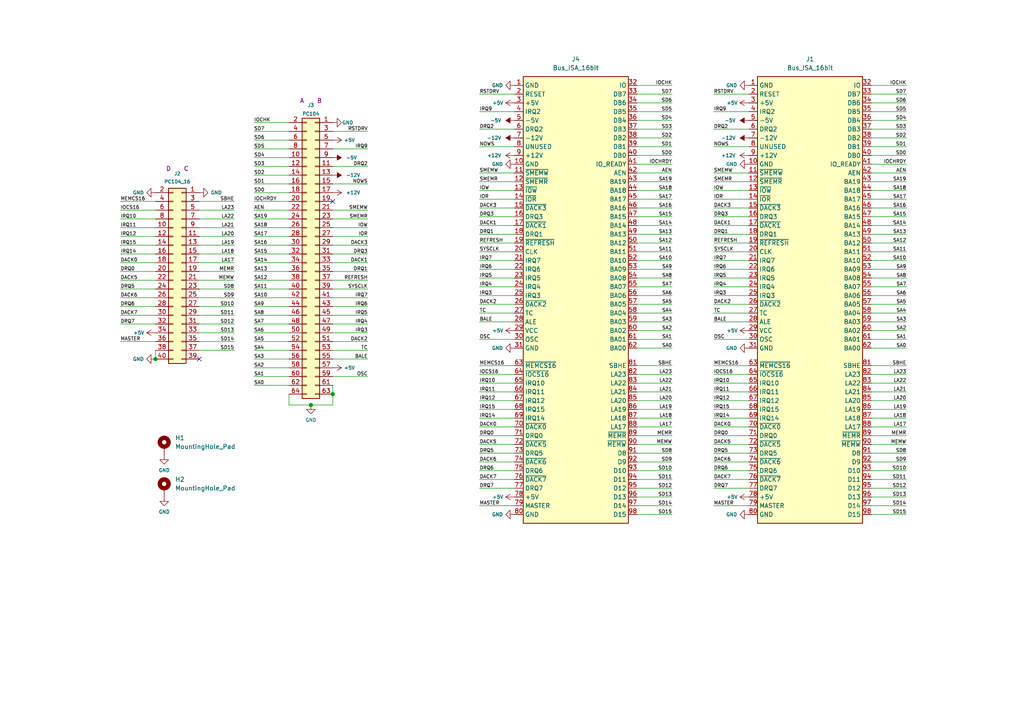
<source format=kicad_sch>
(kicad_sch (version 20211123) (generator eeschema)
  (paper "A4")
  (title_block (title "PC104-ISA-ADAPTER") (date "2022-09-11") (rev "A") (company "Eugene Lozovoy"))
  (lib_symbols
    (symbol "Connector:Bus_ISA_16bit"
      (property "Reference" "J" (at 0 67.945 0))
      (property "Value" "Bus_ISA_16bit" (at 0 -65.405 0))
      (symbol "Bus_ISA_16bit_1_1"
        (pin power_in line (at -17.78 63.5 0) (length 2.54) (name "GND") (number "1"))
        (pin power_in line (at -17.78 40.64 0) (length 2.54) (name "GND") (number "10"))
        (pin output line (at -17.78 38.1 0) (length 2.54) (name "~{SMEMW}") (number "11"))
        (pin output line (at -17.78 35.56 0) (length 2.54) (name "~{SMEMR}") (number "12"))
        (pin output line (at -17.78 33.02 0) (length 2.54) (name "~{IOW}") (number "13"))
        (pin output line (at -17.78 30.48 0) (length 2.54) (name "~{IOR}") (number "14"))
        (pin passive line (at -17.78 27.94 0) (length 2.54) (name "~{DACK3}") (number "15"))
        (pin passive line (at -17.78 25.4 0) (length 2.54) (name "DRQ3") (number "16"))
        (pin passive line (at -17.78 22.86 0) (length 2.54) (name "~{DACK1}") (number "17"))
        (pin passive line (at -17.78 20.32 0) (length 2.54) (name "DRQ1") (number "18"))
        (pin passive line (at -17.78 17.78 0) (length 2.54) (name "~{REFRESH}") (number "19"))
        (pin output line (at -17.78 60.96 0) (length 2.54) (name "RESET") (number "2"))
        (pin output line (at -17.78 15.24 0) (length 2.54) (name "CLK") (number "20"))
        (pin passive line (at -17.78 12.7 0) (length 2.54) (name "IRQ7") (number "21"))
        (pin passive line (at -17.78 10.16 0) (length 2.54) (name "IRQ6") (number "22"))
        (pin passive line (at -17.78 7.62 0) (length 2.54) (name "IRQ5") (number "23"))
        (pin passive line (at -17.78 5.08 0) (length 2.54) (name "IRQ4") (number "24"))
        (pin passive line (at -17.78 2.54 0) (length 2.54) (name "IRQ3") (number "25"))
        (pin passive line (at -17.78 0 0) (length 2.54) (name "~{DACK2}") (number "26"))
        (pin passive line (at -17.78 -2.54 0) (length 2.54) (name "TC") (number "27"))
        (pin output line (at -17.78 -5.08 0) (length 2.54) (name "ALE") (number "28"))
        (pin power_in line (at -17.78 -7.62 0) (length 2.54) (name "VCC") (number "29"))
        (pin power_in line (at -17.78 58.42 0) (length 2.54) (name "+5V") (number "3"))
        (pin output line (at -17.78 -10.16 0) (length 2.54) (name "OSC") (number "30"))
        (pin power_in line (at -17.78 -12.7 0) (length 2.54) (name "GND") (number "31"))
        (pin passive line (at 17.78 63.5 180) (length 2.54) (name "IO") (number "32"))
        (pin tri_state line (at 17.78 60.96 180) (length 2.54) (name "DB7") (number "33"))
        (pin tri_state line (at 17.78 58.42 180) (length 2.54) (name "DB6") (number "34"))
        (pin tri_state line (at 17.78 55.88 180) (length 2.54) (name "DB5") (number "35"))
        (pin tri_state line (at 17.78 53.34 180) (length 2.54) (name "DB4") (number "36"))
        (pin tri_state line (at 17.78 50.8 180) (length 2.54) (name "DB3") (number "37"))
        (pin tri_state line (at 17.78 48.26 180) (length 2.54) (name "DB2") (number "38"))
        (pin tri_state line (at 17.78 45.72 180) (length 2.54) (name "DB1") (number "39"))
        (pin passive line (at -17.78 55.88 0) (length 2.54) (name "IRQ2") (number "4"))
        (pin tri_state line (at 17.78 43.18 180) (length 2.54) (name "DB0") (number "40"))
        (pin passive line (at 17.78 40.64 180) (length 2.54) (name "IO_READY") (number "41"))
        (pin output line (at 17.78 38.1 180) (length 2.54) (name "AEN") (number "42"))
        (pin tri_state line (at 17.78 35.56 180) (length 2.54) (name "BA19") (number "43"))
        (pin tri_state line (at 17.78 33.02 180) (length 2.54) (name "BA18") (number "44"))
        (pin tri_state line (at 17.78 30.48 180) (length 2.54) (name "BA17") (number "45"))
        (pin tri_state line (at 17.78 27.94 180) (length 2.54) (name "BA16") (number "46"))
        (pin tri_state line (at 17.78 25.4 180) (length 2.54) (name "BA15") (number "47"))
        (pin tri_state line (at 17.78 22.86 180) (length 2.54) (name "BA14") (number "48"))
        (pin tri_state line (at 17.78 20.32 180) (length 2.54) (name "BA13") (number "49"))
        (pin power_in line (at -17.78 53.34 0) (length 2.54) (name "-5V") (number "5"))
        (pin tri_state line (at 17.78 17.78 180) (length 2.54) (name "BA12") (number "50"))
        (pin tri_state line (at 17.78 15.24 180) (length 2.54) (name "BA11") (number "51"))
        (pin tri_state line (at 17.78 12.7 180) (length 2.54) (name "BA10") (number "52"))
        (pin tri_state line (at 17.78 10.16 180) (length 2.54) (name "BA09") (number "53"))
        (pin tri_state line (at 17.78 7.62 180) (length 2.54) (name "BA08") (number "54"))
        (pin tri_state line (at 17.78 5.08 180) (length 2.54) (name "BA07") (number "55"))
        (pin tri_state line (at 17.78 2.54 180) (length 2.54) (name "BA06") (number "56"))
        (pin tri_state line (at 17.78 0 180) (length 2.54) (name "BA05") (number "57"))
        (pin tri_state line (at 17.78 -2.54 180) (length 2.54) (name "BA04") (number "58"))
        (pin tri_state line (at 17.78 -5.08 180) (length 2.54) (name "BA03") (number "59"))
        (pin passive line (at -17.78 50.8 0) (length 2.54) (name "DRQ2") (number "6"))
        (pin tri_state line (at 17.78 -7.62 180) (length 2.54) (name "BA02") (number "60"))
        (pin tri_state line (at 17.78 -10.16 180) (length 2.54) (name "BA01") (number "61"))
        (pin tri_state line (at 17.78 -12.7 180) (length 2.54) (name "BA00") (number "62"))
        (pin passive line (at -17.78 -17.78 0) (length 2.54) (name "~{MEMCS16}") (number "63"))
        (pin passive line (at -17.78 -20.32 0) (length 2.54) (name "~{IOCS16}") (number "64"))
        (pin passive line (at -17.78 -22.86 0) (length 2.54) (name "IRQ10") (number "65"))
        (pin passive line (at -17.78 -25.4 0) (length 2.54) (name "IRQ11") (number "66"))
        (pin passive line (at -17.78 -27.94 0) (length 2.54) (name "IRQ12") (number "67"))
        (pin passive line (at -17.78 -30.48 0) (length 2.54) (name "IRQ15") (number "68"))
        (pin passive line (at -17.78 -33.02 0) (length 2.54) (name "IRQ14") (number "69"))
        (pin power_in line (at -17.78 48.26 0) (length 2.54) (name "-12V") (number "7"))
        (pin output line (at -17.78 -35.56 0) (length 2.54) (name "~{DACK0}") (number "70"))
        (pin passive line (at -17.78 -38.1 0) (length 2.54) (name "DRQ0") (number "71"))
        (pin output line (at -17.78 -40.64 0) (length 2.54) (name "~{DACK5}") (number "72"))
        (pin passive line (at -17.78 -43.18 0) (length 2.54) (name "DRQ5") (number "73"))
        (pin output line (at -17.78 -45.72 0) (length 2.54) (name "~{DACK6}") (number "74"))
        (pin passive line (at -17.78 -48.26 0) (length 2.54) (name "DRQ6") (number "75"))
        (pin output line (at -17.78 -50.8 0) (length 2.54) (name "~{DACK7}") (number "76"))
        (pin passive line (at -17.78 -53.34 0) (length 2.54) (name "DRQ7") (number "77"))
        (pin power_in line (at -17.78 -55.88 0) (length 2.54) (name "+5V") (number "78"))
        (pin passive line (at -17.78 -58.42 0) (length 2.54) (name "MASTER") (number "79"))
        (pin passive line (at -17.78 45.72 0) (length 2.54) (name "UNUSED") (number "8"))
        (pin power_in line (at -17.78 -60.96 0) (length 2.54) (name "GND") (number "80"))
        (pin passive line (at 17.78 -17.78 180) (length 2.54) (name "SBHE") (number "81"))
        (pin passive line (at 17.78 -20.32 180) (length 2.54) (name "LA23") (number "82"))
        (pin passive line (at 17.78 -22.86 180) (length 2.54) (name "LA22") (number "83"))
        (pin passive line (at 17.78 -25.4 180) (length 2.54) (name "LA21") (number "84"))
        (pin passive line (at 17.78 -27.94 180) (length 2.54) (name "LA20") (number "85"))
        (pin passive line (at 17.78 -30.48 180) (length 2.54) (name "LA19") (number "86"))
        (pin passive line (at 17.78 -33.02 180) (length 2.54) (name "LA18") (number "87"))
        (pin passive line (at 17.78 -35.56 180) (length 2.54) (name "LA17") (number "88"))
        (pin output line (at 17.78 -38.1 180) (length 2.54) (name "~{MEMR}") (number "89"))
        (pin power_in line (at -17.78 43.18 0) (length 2.54) (name "+12V") (number "9"))
        (pin output line (at 17.78 -40.64 180) (length 2.54) (name "~{MEMW}") (number "90"))
        (pin tri_state line (at 17.78 -43.18 180) (length 2.54) (name "D8") (number "91"))
        (pin tri_state line (at 17.78 -45.72 180) (length 2.54) (name "D9") (number "92"))
        (pin tri_state line (at 17.78 -48.26 180) (length 2.54) (name "D10") (number "93"))
        (pin tri_state line (at 17.78 -50.8 180) (length 2.54) (name "D11") (number "94"))
        (pin tri_state line (at 17.78 -53.34 180) (length 2.54) (name "D12") (number "95"))
        (pin tri_state line (at 17.78 -55.88 180) (length 2.54) (name "D13") (number "96"))
        (pin tri_state line (at 17.78 -58.42 180) (length 2.54) (name "D14") (number "97"))
        (pin tri_state line (at 17.78 -60.96 180) (length 2.54) (name "D15") (number "98"))
      )
    )
    (symbol "Connector_Generic:Conn_02x20_Odd_Even" (pin_names (offset 1.016) hide)
      (property "Reference" "J" (at 1.27 25.4 0))
      (property "Value" "Conn_02x20_Odd_Even" (at 1.27 -27.94 0))
      (symbol "Conn_02x20_Odd_Even_1_1"
        (pin passive line (at -5.08 22.86 0) (length 3.81) (name "Pin_1") (number "1"))
        (pin passive line (at 7.62 12.7 180) (length 3.81) (name "Pin_10") (number "10"))
        (pin passive line (at -5.08 10.16 0) (length 3.81) (name "Pin_11") (number "11"))
        (pin passive line (at 7.62 10.16 180) (length 3.81) (name "Pin_12") (number "12"))
        (pin passive line (at -5.08 7.62 0) (length 3.81) (name "Pin_13") (number "13"))
        (pin passive line (at 7.62 7.62 180) (length 3.81) (name "Pin_14") (number "14"))
        (pin passive line (at -5.08 5.08 0) (length 3.81) (name "Pin_15") (number "15"))
        (pin passive line (at 7.62 5.08 180) (length 3.81) (name "Pin_16") (number "16"))
        (pin passive line (at -5.08 2.54 0) (length 3.81) (name "Pin_17") (number "17"))
        (pin passive line (at 7.62 2.54 180) (length 3.81) (name "Pin_18") (number "18"))
        (pin passive line (at -5.08 0 0) (length 3.81) (name "Pin_19") (number "19"))
        (pin passive line (at 7.62 22.86 180) (length 3.81) (name "Pin_2") (number "2"))
        (pin passive line (at 7.62 0 180) (length 3.81) (name "Pin_20") (number "20"))
        (pin passive line (at -5.08 -2.54 0) (length 3.81) (name "Pin_21") (number "21"))
        (pin passive line (at 7.62 -2.54 180) (length 3.81) (name "Pin_22") (number "22"))
        (pin passive line (at -5.08 -5.08 0) (length 3.81) (name "Pin_23") (number "23"))
        (pin passive line (at 7.62 -5.08 180) (length 3.81) (name "Pin_24") (number "24"))
        (pin passive line (at -5.08 -7.62 0) (length 3.81) (name "Pin_25") (number "25"))
        (pin passive line (at 7.62 -7.62 180) (length 3.81) (name "Pin_26") (number "26"))
        (pin passive line (at -5.08 -10.16 0) (length 3.81) (name "Pin_27") (number "27"))
        (pin passive line (at 7.62 -10.16 180) (length 3.81) (name "Pin_28") (number "28"))
        (pin passive line (at -5.08 -12.7 0) (length 3.81) (name "Pin_29") (number "29"))
        (pin passive line (at -5.08 20.32 0) (length 3.81) (name "Pin_3") (number "3"))
        (pin passive line (at 7.62 -12.7 180) (length 3.81) (name "Pin_30") (number "30"))
        (pin passive line (at -5.08 -15.24 0) (length 3.81) (name "Pin_31") (number "31"))
        (pin passive line (at 7.62 -15.24 180) (length 3.81) (name "Pin_32") (number "32"))
        (pin passive line (at -5.08 -17.78 0) (length 3.81) (name "Pin_33") (number "33"))
        (pin passive line (at 7.62 -17.78 180) (length 3.81) (name "Pin_34") (number "34"))
        (pin passive line (at -5.08 -20.32 0) (length 3.81) (name "Pin_35") (number "35"))
        (pin passive line (at 7.62 -20.32 180) (length 3.81) (name "Pin_36") (number "36"))
        (pin passive line (at -5.08 -22.86 0) (length 3.81) (name "Pin_37") (number "37"))
        (pin passive line (at 7.62 -22.86 180) (length 3.81) (name "Pin_38") (number "38"))
        (pin passive line (at -5.08 -25.4 0) (length 3.81) (name "Pin_39") (number "39"))
        (pin passive line (at 7.62 20.32 180) (length 3.81) (name "Pin_4") (number "4"))
        (pin passive line (at 7.62 -25.4 180) (length 3.81) (name "Pin_40") (number "40"))
        (pin passive line (at -5.08 17.78 0) (length 3.81) (name "Pin_5") (number "5"))
        (pin passive line (at 7.62 17.78 180) (length 3.81) (name "Pin_6") (number "6"))
        (pin passive line (at -5.08 15.24 0) (length 3.81) (name "Pin_7") (number "7"))
        (pin passive line (at 7.62 15.24 180) (length 3.81) (name "Pin_8") (number "8"))
        (pin passive line (at -5.08 12.7 0) (length 3.81) (name "Pin_9") (number "9"))
      )
    )
    (symbol "Connector_Generic:Conn_02x32_Odd_Even" (pin_names (offset 1.016) hide)
      (property "Reference" "J" (at 1.27 40.64 0))
      (property "Value" "Conn_02x32_Odd_Even" (at 1.27 -43.18 0))
      (symbol "Conn_02x32_Odd_Even_1_1"
        (pin passive line (at -5.08 38.1 0) (length 3.81) (name "Pin_1") (number "1"))
        (pin passive line (at 7.62 27.94 180) (length 3.81) (name "Pin_10") (number "10"))
        (pin passive line (at -5.08 25.4 0) (length 3.81) (name "Pin_11") (number "11"))
        (pin passive line (at 7.62 25.4 180) (length 3.81) (name "Pin_12") (number "12"))
        (pin passive line (at -5.08 22.86 0) (length 3.81) (name "Pin_13") (number "13"))
        (pin passive line (at 7.62 22.86 180) (length 3.81) (name "Pin_14") (number "14"))
        (pin passive line (at -5.08 20.32 0) (length 3.81) (name "Pin_15") (number "15"))
        (pin passive line (at 7.62 20.32 180) (length 3.81) (name "Pin_16") (number "16"))
        (pin passive line (at -5.08 17.78 0) (length 3.81) (name "Pin_17") (number "17"))
        (pin passive line (at 7.62 17.78 180) (length 3.81) (name "Pin_18") (number "18"))
        (pin passive line (at -5.08 15.24 0) (length 3.81) (name "Pin_19") (number "19"))
        (pin passive line (at 7.62 38.1 180) (length 3.81) (name "Pin_2") (number "2"))
        (pin passive line (at 7.62 15.24 180) (length 3.81) (name "Pin_20") (number "20"))
        (pin passive line (at -5.08 12.7 0) (length 3.81) (name "Pin_21") (number "21"))
        (pin passive line (at 7.62 12.7 180) (length 3.81) (name "Pin_22") (number "22"))
        (pin passive line (at -5.08 10.16 0) (length 3.81) (name "Pin_23") (number "23"))
        (pin passive line (at 7.62 10.16 180) (length 3.81) (name "Pin_24") (number "24"))
        (pin passive line (at -5.08 7.62 0) (length 3.81) (name "Pin_25") (number "25"))
        (pin passive line (at 7.62 7.62 180) (length 3.81) (name "Pin_26") (number "26"))
        (pin passive line (at -5.08 5.08 0) (length 3.81) (name "Pin_27") (number "27"))
        (pin passive line (at 7.62 5.08 180) (length 3.81) (name "Pin_28") (number "28"))
        (pin passive line (at -5.08 2.54 0) (length 3.81) (name "Pin_29") (number "29"))
        (pin passive line (at -5.08 35.56 0) (length 3.81) (name "Pin_3") (number "3"))
        (pin passive line (at 7.62 2.54 180) (length 3.81) (name "Pin_30") (number "30"))
        (pin passive line (at -5.08 0 0) (length 3.81) (name "Pin_31") (number "31"))
        (pin passive line (at 7.62 0 180) (length 3.81) (name "Pin_32") (number "32"))
        (pin passive line (at -5.08 -2.54 0) (length 3.81) (name "Pin_33") (number "33"))
        (pin passive line (at 7.62 -2.54 180) (length 3.81) (name "Pin_34") (number "34"))
        (pin passive line (at -5.08 -5.08 0) (length 3.81) (name "Pin_35") (number "35"))
        (pin passive line (at 7.62 -5.08 180) (length 3.81) (name "Pin_36") (number "36"))
        (pin passive line (at -5.08 -7.62 0) (length 3.81) (name "Pin_37") (number "37"))
        (pin passive line (at 7.62 -7.62 180) (length 3.81) (name "Pin_38") (number "38"))
        (pin passive line (at -5.08 -10.16 0) (length 3.81) (name "Pin_39") (number "39"))
        (pin passive line (at 7.62 35.56 180) (length 3.81) (name "Pin_4") (number "4"))
        (pin passive line (at 7.62 -10.16 180) (length 3.81) (name "Pin_40") (number "40"))
        (pin passive line (at -5.08 -12.7 0) (length 3.81) (name "Pin_41") (number "41"))
        (pin passive line (at 7.62 -12.7 180) (length 3.81) (name "Pin_42") (number "42"))
        (pin passive line (at -5.08 -15.24 0) (length 3.81) (name "Pin_43") (number "43"))
        (pin passive line (at 7.62 -15.24 180) (length 3.81) (name "Pin_44") (number "44"))
        (pin passive line (at -5.08 -17.78 0) (length 3.81) (name "Pin_45") (number "45"))
        (pin passive line (at 7.62 -17.78 180) (length 3.81) (name "Pin_46") (number "46"))
        (pin passive line (at -5.08 -20.32 0) (length 3.81) (name "Pin_47") (number "47"))
        (pin passive line (at 7.62 -20.32 180) (length 3.81) (name "Pin_48") (number "48"))
        (pin passive line (at -5.08 -22.86 0) (length 3.81) (name "Pin_49") (number "49"))
        (pin passive line (at -5.08 33.02 0) (length 3.81) (name "Pin_5") (number "5"))
        (pin passive line (at 7.62 -22.86 180) (length 3.81) (name "Pin_50") (number "50"))
        (pin passive line (at -5.08 -25.4 0) (length 3.81) (name "Pin_51") (number "51"))
        (pin passive line (at 7.62 -25.4 180) (length 3.81) (name "Pin_52") (number "52"))
        (pin passive line (at -5.08 -27.94 0) (length 3.81) (name "Pin_53") (number "53"))
        (pin passive line (at 7.62 -27.94 180) (length 3.81) (name "Pin_54") (number "54"))
        (pin passive line (at -5.08 -30.48 0) (length 3.81) (name "Pin_55") (number "55"))
        (pin passive line (at 7.62 -30.48 180) (length 3.81) (name "Pin_56") (number "56"))
        (pin passive line (at -5.08 -33.02 0) (length 3.81) (name "Pin_57") (number "57"))
        (pin passive line (at 7.62 -33.02 180) (length 3.81) (name "Pin_58") (number "58"))
        (pin passive line (at -5.08 -35.56 0) (length 3.81) (name "Pin_59") (number "59"))
        (pin passive line (at 7.62 33.02 180) (length 3.81) (name "Pin_6") (number "6"))
        (pin passive line (at 7.62 -35.56 180) (length 3.81) (name "Pin_60") (number "60"))
        (pin passive line (at -5.08 -38.1 0) (length 3.81) (name "Pin_61") (number "61"))
        (pin passive line (at 7.62 -38.1 180) (length 3.81) (name "Pin_62") (number "62"))
        (pin passive line (at -5.08 -40.64 0) (length 3.81) (name "Pin_63") (number "63"))
        (pin passive line (at 7.62 -40.64 180) (length 3.81) (name "Pin_64") (number "64"))
        (pin passive line (at -5.08 30.48 0) (length 3.81) (name "Pin_7") (number "7"))
        (pin passive line (at 7.62 30.48 180) (length 3.81) (name "Pin_8") (number "8"))
        (pin passive line (at -5.08 27.94 0) (length 3.81) (name "Pin_9") (number "9"))
      )
    )
    (symbol "Mechanical:MountingHole_Pad" (pin_numbers hide) (pin_names (offset 1.016) hide)
      (property "Reference" "H" (at 0 6.35 0))
      (property "Value" "MountingHole_Pad" (at 0 4.445 0))
      (symbol "MountingHole_Pad_1_1"
        (pin input line (at 0 -2.54 90) (length 2.54) (name "1") (number "1"))
      )
    )
    (symbol "power:+12V" (power) (pin_names (offset 0))
      (property "Value" "+12V" (at 0 3.556 0))
      (symbol "+12V_1_1"
        (pin power_in line (at 0 0 90) (length 0) hide (name "+12V") (number "1"))
      )
    )
    (symbol "power:+5V" (power) (pin_names (offset 0))
      (property "Value" "+5V" (at 0 3.556 0))
      (symbol "+5V_1_1"
        (pin power_in line (at 0 0 90) (length 0) hide (name "+5V") (number "1"))
      )
    )
    (symbol "power:-12V" (power) (pin_names (offset 0))
      (property "Value" "-12V" (at 0 3.81 0))
      (symbol "-12V_0_0"
        (pin power_in line (at 0 0 90) (length 0) hide (name "-12V") (number "1"))
      )
    )
    (symbol "power:-5V" (power) (pin_names (offset 0))
      (property "Value" "-5V" (at 0 3.81 0))
      (symbol "-5V_0_0"
        (pin power_in line (at 0 0 90) (length 0) hide (name "-5V") (number "1"))
      )
    )
    (symbol "power:GND" (power) (pin_names (offset 0))
      (property "Value" "GND" (at 0 -3.81 0))
      (symbol "GND_1_1"
        (pin power_in line (at 0 0 270) (length 0) hide (name "GND") (number "1"))
      )
    )
  )
  (junction (at 45.085 104.14) (diameter 1.016))
  (junction (at 90.17 117.475) (diameter 1.016))
  (junction (at 96.52 114.3) (diameter 1.016))
  (no_connect (at 96.52 58.42))
  (no_connect (at 57.785 104.14))
  (wire (pts (xy 139.065 141.605) (xy 149.225 141.605)))
  (wire (pts (xy 34.925 78.74) (xy 45.085 78.74)))
  (wire (pts (xy 217.17 146.685) (xy 207.01 146.685)))
  (wire (pts (xy 207.01 32.385) (xy 217.17 32.385)))
  (wire (pts (xy 252.73 45.085) (xy 262.89 45.085)))
  (wire (pts (xy 83.82 73.66) (xy 73.66 73.66)))
  (wire (pts (xy 207.01 139.065) (xy 217.17 139.065)))
  (wire (pts (xy 139.065 42.545) (xy 149.225 42.545)))
  (wire (pts (xy 106.68 73.66) (xy 96.52 73.66)))
  (wire (pts (xy 106.68 93.98) (xy 96.52 93.98)))
  (wire (pts (xy 139.065 57.785) (xy 149.225 57.785)))
  (wire (pts (xy 184.785 85.725) (xy 194.945 85.725)))
  (wire (pts (xy 252.73 40.005) (xy 262.89 40.005)))
  (wire (pts (xy 106.68 53.34) (xy 96.52 53.34)))
  (wire (pts (xy 106.68 96.52) (xy 96.52 96.52)))
  (wire (pts (xy 184.785 80.645) (xy 194.945 80.645)))
  (wire (pts (xy 184.785 34.925) (xy 194.945 34.925)))
  (wire (pts (xy 207.01 75.565) (xy 217.17 75.565)))
  (wire (pts (xy 57.785 99.06) (xy 67.945 99.06)))
  (wire (pts (xy 207.01 57.785) (xy 217.17 57.785)))
  (wire (pts (xy 139.065 118.745) (xy 149.225 118.745)))
  (wire (pts (xy 45.085 101.6) (xy 45.085 104.14)))
  (wire (pts (xy 139.065 27.305) (xy 149.225 27.305)))
  (wire (pts (xy 139.065 37.465) (xy 149.225 37.465)))
  (wire (pts (xy 83.82 66.04) (xy 73.66 66.04)))
  (wire (pts (xy 252.73 141.605) (xy 262.89 141.605)))
  (wire (pts (xy 139.065 136.525) (xy 149.225 136.525)))
  (wire (pts (xy 207.01 78.105) (xy 217.17 78.105)))
  (wire (pts (xy 207.01 62.865) (xy 217.17 62.865)))
  (wire (pts (xy 34.925 63.5) (xy 45.085 63.5)))
  (wire (pts (xy 34.925 86.36) (xy 45.085 86.36)))
  (wire (pts (xy 207.01 70.485) (xy 217.17 70.485)))
  (wire (pts (xy 139.065 121.285) (xy 149.225 121.285)))
  (wire (pts (xy 57.785 76.2) (xy 67.945 76.2)))
  (wire (pts (xy 106.68 48.26) (xy 96.52 48.26)))
  (wire (pts (xy 139.065 75.565) (xy 149.225 75.565)))
  (wire (pts (xy 194.945 128.905) (xy 184.785 128.905)))
  (wire (pts (xy 207.01 128.905) (xy 217.17 128.905)))
  (wire (pts (xy 83.82 88.9) (xy 73.66 88.9)))
  (wire (pts (xy 184.785 45.085) (xy 194.945 45.085)))
  (wire (pts (xy 252.73 85.725) (xy 262.89 85.725)))
  (wire (pts (xy 57.785 86.36) (xy 67.945 86.36)))
  (wire (pts (xy 83.82 78.74) (xy 73.66 78.74)))
  (wire (pts (xy 207.01 65.405) (xy 217.17 65.405)))
  (wire (pts (xy 252.73 118.745) (xy 262.89 118.745)))
  (wire (pts (xy 184.785 98.425) (xy 194.945 98.425)))
  (wire (pts (xy 106.68 71.12) (xy 96.52 71.12)))
  (wire (pts (xy 252.73 136.525) (xy 262.89 136.525)))
  (wire (pts (xy 34.925 60.96) (xy 45.085 60.96)))
  (wire (pts (xy 184.785 52.705) (xy 194.945 52.705)))
  (wire (pts (xy 252.73 50.165) (xy 262.89 50.165)))
  (wire (pts (xy 207.01 108.585) (xy 217.17 108.585)))
  (wire (pts (xy 262.89 24.765) (xy 252.73 24.765)))
  (wire (pts (xy 252.73 144.145) (xy 262.89 144.145)))
  (wire (pts (xy 139.065 133.985) (xy 149.225 133.985)))
  (wire (pts (xy 184.785 60.325) (xy 194.945 60.325)))
  (wire (pts (xy 207.01 83.185) (xy 217.17 83.185)))
  (wire (pts (xy 184.785 88.265) (xy 194.945 88.265)))
  (wire (pts (xy 83.82 101.6) (xy 73.66 101.6)))
  (wire (pts (xy 252.73 70.485) (xy 262.89 70.485)))
  (wire (pts (xy 34.925 91.44) (xy 45.085 91.44)))
  (wire (pts (xy 184.785 50.165) (xy 194.945 50.165)))
  (wire (pts (xy 139.065 108.585) (xy 149.225 108.585)))
  (wire (pts (xy 139.065 62.865) (xy 149.225 62.865)))
  (wire (pts (xy 83.82 117.475) (xy 83.82 114.3)))
  (wire (pts (xy 83.82 96.52) (xy 73.66 96.52)))
  (wire (pts (xy 252.73 95.885) (xy 262.89 95.885)))
  (wire (pts (xy 83.82 50.8) (xy 73.66 50.8)))
  (wire (pts (xy 139.065 55.245) (xy 149.225 55.245)))
  (wire (pts (xy 57.785 66.04) (xy 67.945 66.04)))
  (wire (pts (xy 207.01 118.745) (xy 217.17 118.745)))
  (wire (pts (xy 149.225 98.425) (xy 139.065 98.425)))
  (wire (pts (xy 252.73 60.325) (xy 262.89 60.325)))
  (wire (pts (xy 139.065 106.045) (xy 149.225 106.045)))
  (wire (pts (xy 57.785 60.96) (xy 67.945 60.96)))
  (wire (pts (xy 184.785 70.485) (xy 194.945 70.485)))
  (wire (pts (xy 207.01 106.045) (xy 217.17 106.045)))
  (wire (pts (xy 252.73 98.425) (xy 262.89 98.425)))
  (wire (pts (xy 207.01 136.525) (xy 217.17 136.525)))
  (wire (pts (xy 252.73 113.665) (xy 262.89 113.665)))
  (wire (pts (xy 184.785 136.525) (xy 194.945 136.525)))
  (wire (pts (xy 184.785 133.985) (xy 194.945 133.985)))
  (wire (pts (xy 57.785 71.12) (xy 67.945 71.12)))
  (wire (pts (xy 83.82 40.64) (xy 73.66 40.64)))
  (wire (pts (xy 207.01 133.985) (xy 217.17 133.985)))
  (wire (pts (xy 184.785 111.125) (xy 194.945 111.125)))
  (wire (pts (xy 139.065 52.705) (xy 149.225 52.705)))
  (wire (pts (xy 139.065 85.725) (xy 149.225 85.725)))
  (wire (pts (xy 184.785 65.405) (xy 194.945 65.405)))
  (wire (pts (xy 139.065 116.205) (xy 149.225 116.205)))
  (wire (pts (xy 252.73 42.545) (xy 262.89 42.545)))
  (wire (pts (xy 252.73 32.385) (xy 262.89 32.385)))
  (wire (pts (xy 139.065 60.325) (xy 149.225 60.325)))
  (wire (pts (xy 83.82 91.44) (xy 73.66 91.44)))
  (wire (pts (xy 96.52 114.3) (xy 96.52 117.475)))
  (wire (pts (xy 184.785 83.185) (xy 194.945 83.185)))
  (wire (pts (xy 34.925 88.9) (xy 45.085 88.9)))
  (wire (pts (xy 184.785 118.745) (xy 194.945 118.745)))
  (wire (pts (xy 57.785 63.5) (xy 67.945 63.5)))
  (wire (pts (xy 252.73 131.445) (xy 262.89 131.445)))
  (wire (pts (xy 184.785 42.545) (xy 194.945 42.545)))
  (wire (pts (xy 252.73 73.025) (xy 262.89 73.025)))
  (wire (pts (xy 83.82 38.1) (xy 73.66 38.1)))
  (wire (pts (xy 83.82 111.76) (xy 73.66 111.76)))
  (wire (pts (xy 194.945 126.365) (xy 184.785 126.365)))
  (wire (pts (xy 83.82 60.96) (xy 73.66 60.96)))
  (wire (pts (xy 139.065 126.365) (xy 149.225 126.365)))
  (wire (pts (xy 207.01 90.805) (xy 217.17 90.805)))
  (wire (pts (xy 207.01 67.945) (xy 217.17 67.945)))
  (wire (pts (xy 252.73 34.925) (xy 262.89 34.925)))
  (wire (pts (xy 252.73 37.465) (xy 262.89 37.465)))
  (wire (pts (xy 83.82 55.88) (xy 73.66 55.88)))
  (wire (pts (xy 106.68 91.44) (xy 96.52 91.44)))
  (wire (pts (xy 252.73 27.305) (xy 262.89 27.305)))
  (wire (pts (xy 252.73 108.585) (xy 262.89 108.585)))
  (wire (pts (xy 184.785 73.025) (xy 194.945 73.025)))
  (wire (pts (xy 252.73 47.625) (xy 262.89 47.625)))
  (wire (pts (xy 57.785 91.44) (xy 67.945 91.44)))
  (wire (pts (xy 252.73 93.345) (xy 262.89 93.345)))
  (wire (pts (xy 207.01 37.465) (xy 217.17 37.465)))
  (wire (pts (xy 184.785 106.045) (xy 194.945 106.045)))
  (wire (pts (xy 184.785 27.305) (xy 194.945 27.305)))
  (wire (pts (xy 106.68 68.58) (xy 96.52 68.58)))
  (wire (pts (xy 57.785 58.42) (xy 67.945 58.42)))
  (wire (pts (xy 106.68 81.28) (xy 96.52 81.28)))
  (wire (pts (xy 207.01 50.165) (xy 217.17 50.165)))
  (wire (pts (xy 139.065 78.105) (xy 149.225 78.105)))
  (wire (pts (xy 252.73 88.265) (xy 262.89 88.265)))
  (wire (pts (xy 96.52 104.14) (xy 106.68 104.14)))
  (wire (pts (xy 207.01 88.265) (xy 217.17 88.265)))
  (wire (pts (xy 207.01 52.705) (xy 217.17 52.705)))
  (wire (pts (xy 106.68 101.6) (xy 96.52 101.6)))
  (wire (pts (xy 252.73 80.645) (xy 262.89 80.645)))
  (wire (pts (xy 252.73 29.845) (xy 262.89 29.845)))
  (wire (pts (xy 184.785 37.465) (xy 194.945 37.465)))
  (wire (pts (xy 252.73 111.125) (xy 262.89 111.125)))
  (wire (pts (xy 34.925 83.82) (xy 45.085 83.82)))
  (wire (pts (xy 83.82 63.5) (xy 73.66 63.5)))
  (wire (pts (xy 184.785 78.105) (xy 194.945 78.105)))
  (wire (pts (xy 139.065 113.665) (xy 149.225 113.665)))
  (wire (pts (xy 34.925 68.58) (xy 45.085 68.58)))
  (wire (pts (xy 106.68 78.74) (xy 96.52 78.74)))
  (wire (pts (xy 207.01 131.445) (xy 217.17 131.445)))
  (wire (pts (xy 57.785 73.66) (xy 67.945 73.66)))
  (wire (pts (xy 57.785 88.9) (xy 67.945 88.9)))
  (wire (pts (xy 57.785 93.98) (xy 67.945 93.98)))
  (wire (pts (xy 34.925 66.04) (xy 45.085 66.04)))
  (wire (pts (xy 217.17 73.025) (xy 207.01 73.025)))
  (wire (pts (xy 139.065 32.385) (xy 149.225 32.385)))
  (wire (pts (xy 207.01 55.245) (xy 217.17 55.245)))
  (wire (pts (xy 106.68 38.1) (xy 96.52 38.1)))
  (wire (pts (xy 106.68 76.2) (xy 96.52 76.2)))
  (wire (pts (xy 262.89 128.905) (xy 252.73 128.905)))
  (wire (pts (xy 184.785 116.205) (xy 194.945 116.205)))
  (wire (pts (xy 184.785 75.565) (xy 194.945 75.565)))
  (wire (pts (xy 90.17 117.475) (xy 83.82 117.475)))
  (wire (pts (xy 96.52 117.475) (xy 90.17 117.475)))
  (wire (pts (xy 252.73 149.225) (xy 262.89 149.225)))
  (wire (pts (xy 139.065 128.905) (xy 149.225 128.905)))
  (wire (pts (xy 83.82 99.06) (xy 73.66 99.06)))
  (wire (pts (xy 184.785 100.965) (xy 194.945 100.965)))
  (wire (pts (xy 207.01 121.285) (xy 217.17 121.285)))
  (wire (pts (xy 106.68 43.18) (xy 96.52 43.18)))
  (wire (pts (xy 207.01 80.645) (xy 217.17 80.645)))
  (wire (pts (xy 252.73 67.945) (xy 262.89 67.945)))
  (wire (pts (xy 106.68 60.96) (xy 96.52 60.96)))
  (wire (pts (xy 184.785 121.285) (xy 194.945 121.285)))
  (wire (pts (xy 184.785 149.225) (xy 194.945 149.225)))
  (wire (pts (xy 45.085 99.06) (xy 34.925 99.06)))
  (wire (pts (xy 149.225 146.685) (xy 139.065 146.685)))
  (wire (pts (xy 252.73 83.185) (xy 262.89 83.185)))
  (wire (pts (xy 139.065 93.345) (xy 149.225 93.345)))
  (wire (pts (xy 34.925 76.2) (xy 45.085 76.2)))
  (wire (pts (xy 106.68 63.5) (xy 96.52 63.5)))
  (wire (pts (xy 262.89 126.365) (xy 252.73 126.365)))
  (wire (pts (xy 207.01 123.825) (xy 217.17 123.825)))
  (wire (pts (xy 252.73 52.705) (xy 262.89 52.705)))
  (wire (pts (xy 96.52 83.82) (xy 106.68 83.82)))
  (wire (pts (xy 139.065 50.165) (xy 149.225 50.165)))
  (wire (pts (xy 139.065 67.945) (xy 149.225 67.945)))
  (wire (pts (xy 207.01 116.205) (xy 217.17 116.205)))
  (wire (pts (xy 34.925 58.42) (xy 45.085 58.42)))
  (wire (pts (xy 106.68 99.06) (xy 96.52 99.06)))
  (wire (pts (xy 139.065 123.825) (xy 149.225 123.825)))
  (wire (pts (xy 184.785 113.665) (xy 194.945 113.665)))
  (wire (pts (xy 217.17 98.425) (xy 207.01 98.425)))
  (wire (pts (xy 83.82 104.14) (xy 73.66 104.14)))
  (wire (pts (xy 139.065 80.645) (xy 149.225 80.645)))
  (wire (pts (xy 139.065 111.125) (xy 149.225 111.125)))
  (wire (pts (xy 83.82 83.82) (xy 73.66 83.82)))
  (wire (pts (xy 73.66 35.56) (xy 83.82 35.56)))
  (wire (pts (xy 252.73 90.805) (xy 262.89 90.805)))
  (wire (pts (xy 252.73 139.065) (xy 262.89 139.065)))
  (wire (pts (xy 184.785 40.005) (xy 194.945 40.005)))
  (wire (pts (xy 252.73 78.105) (xy 262.89 78.105)))
  (wire (pts (xy 57.785 96.52) (xy 67.945 96.52)))
  (wire (pts (xy 252.73 65.405) (xy 262.89 65.405)))
  (wire (pts (xy 83.82 86.36) (xy 73.66 86.36)))
  (wire (pts (xy 252.73 55.245) (xy 262.89 55.245)))
  (wire (pts (xy 184.785 47.625) (xy 194.945 47.625)))
  (wire (pts (xy 184.785 55.245) (xy 194.945 55.245)))
  (wire (pts (xy 139.065 83.185) (xy 149.225 83.185)))
  (wire (pts (xy 252.73 57.785) (xy 262.89 57.785)))
  (wire (pts (xy 184.785 90.805) (xy 194.945 90.805)))
  (wire (pts (xy 184.785 123.825) (xy 194.945 123.825)))
  (wire (pts (xy 57.785 83.82) (xy 67.945 83.82)))
  (wire (pts (xy 83.82 106.68) (xy 73.66 106.68)))
  (wire (pts (xy 207.01 111.125) (xy 217.17 111.125)))
  (wire (pts (xy 184.785 67.945) (xy 194.945 67.945)))
  (wire (pts (xy 34.925 81.28) (xy 45.085 81.28)))
  (wire (pts (xy 184.785 57.785) (xy 194.945 57.785)))
  (wire (pts (xy 83.82 58.42) (xy 73.66 58.42)))
  (wire (pts (xy 83.82 45.72) (xy 73.66 45.72)))
  (wire (pts (xy 184.785 62.865) (xy 194.945 62.865)))
  (wire (pts (xy 184.785 93.345) (xy 194.945 93.345)))
  (wire (pts (xy 184.785 29.845) (xy 194.945 29.845)))
  (wire (pts (xy 83.82 48.26) (xy 73.66 48.26)))
  (wire (pts (xy 252.73 146.685) (xy 262.89 146.685)))
  (wire (pts (xy 139.065 70.485) (xy 149.225 70.485)))
  (wire (pts (xy 252.73 123.825) (xy 262.89 123.825)))
  (wire (pts (xy 96.52 109.22) (xy 106.68 109.22)))
  (wire (pts (xy 67.945 78.74) (xy 57.785 78.74)))
  (wire (pts (xy 83.82 43.18) (xy 73.66 43.18)))
  (wire (pts (xy 106.68 66.04) (xy 96.52 66.04)))
  (wire (pts (xy 184.785 139.065) (xy 194.945 139.065)))
  (wire (pts (xy 83.82 68.58) (xy 73.66 68.58)))
  (wire (pts (xy 34.925 73.66) (xy 45.085 73.66)))
  (wire (pts (xy 34.925 93.98) (xy 45.085 93.98)))
  (wire (pts (xy 252.73 106.045) (xy 262.89 106.045)))
  (wire (pts (xy 184.785 108.585) (xy 194.945 108.585)))
  (wire (pts (xy 106.68 86.36) (xy 96.52 86.36)))
  (wire (pts (xy 106.68 88.9) (xy 96.52 88.9)))
  (wire (pts (xy 207.01 93.345) (xy 217.17 93.345)))
  (wire (pts (xy 34.925 71.12) (xy 45.085 71.12)))
  (wire (pts (xy 83.82 76.2) (xy 73.66 76.2)))
  (wire (pts (xy 194.945 24.765) (xy 184.785 24.765)))
  (wire (pts (xy 184.785 95.885) (xy 194.945 95.885)))
  (wire (pts (xy 207.01 141.605) (xy 217.17 141.605)))
  (wire (pts (xy 139.065 139.065) (xy 149.225 139.065)))
  (wire (pts (xy 252.73 62.865) (xy 262.89 62.865)))
  (wire (pts (xy 184.785 32.385) (xy 194.945 32.385)))
  (wire (pts (xy 207.01 60.325) (xy 217.17 60.325)))
  (wire (pts (xy 207.01 27.305) (xy 217.17 27.305)))
  (wire (pts (xy 96.52 111.76) (xy 96.52 114.3)))
  (wire (pts (xy 252.73 75.565) (xy 262.89 75.565)))
  (wire (pts (xy 184.785 146.685) (xy 194.945 146.685)))
  (wire (pts (xy 207.01 113.665) (xy 217.17 113.665)))
  (wire (pts (xy 139.065 131.445) (xy 149.225 131.445)))
  (wire (pts (xy 252.73 100.965) (xy 262.89 100.965)))
  (wire (pts (xy 83.82 93.98) (xy 73.66 93.98)))
  (wire (pts (xy 252.73 116.205) (xy 262.89 116.205)))
  (wire (pts (xy 67.945 81.28) (xy 57.785 81.28)))
  (wire (pts (xy 139.065 90.805) (xy 149.225 90.805)))
  (wire (pts (xy 252.73 121.285) (xy 262.89 121.285)))
  (wire (pts (xy 207.01 126.365) (xy 217.17 126.365)))
  (wire (pts (xy 207.01 85.725) (xy 217.17 85.725)))
  (wire (pts (xy 139.065 88.265) (xy 149.225 88.265)))
  (wire (pts (xy 83.82 71.12) (xy 73.66 71.12)))
  (wire (pts (xy 83.82 109.22) (xy 73.66 109.22)))
  (wire (pts (xy 83.82 81.28) (xy 73.66 81.28)))
  (wire (pts (xy 207.01 42.545) (xy 217.17 42.545)))
  (wire (pts (xy 139.065 65.405) (xy 149.225 65.405)))
  (wire (pts (xy 184.785 131.445) (xy 194.945 131.445)))
  (wire (pts (xy 83.82 53.34) (xy 73.66 53.34)))
  (wire (pts (xy 57.785 101.6) (xy 67.945 101.6)))
  (wire (pts (xy 57.785 68.58) (xy 67.945 68.58)))
  (wire (pts (xy 184.785 144.145) (xy 194.945 144.145)))
  (wire (pts (xy 149.225 73.025) (xy 139.065 73.025)))
  (wire (pts (xy 184.785 141.605) (xy 194.945 141.605)))
  (wire (pts (xy 252.73 133.985) (xy 262.89 133.985)))
  (label "SA17" (at 262.89 57.785 180) (effects (font (size 1 1))))
  (label "IOW" (at 207.01 55.245 0) (effects (font (size 1 1))))
  (label "SA3" (at 194.945 93.345 180) (effects (font (size 1 1))))
  (label "SD1" (at 194.945 42.545 180) (effects (font (size 1 1))))
  (label "SA7" (at 194.945 83.185 180) (effects (font (size 1 1))))
  (label "DRQ1" (at 207.01 67.945 0) (effects (font (size 1 1))))
  (label "DACK7" (at 207.01 139.065 0) (effects (font (size 1 1))))
  (label "DACK7" (at 34.925 91.44 0) (effects (font (size 1 1))))
  (label "SD5" (at 73.66 43.18 0) (effects (font (size 1 1))))
  (label "SA3" (at 73.66 104.14 0) (effects (font (size 1 1))))
  (label "LA21" (at 194.945 113.665 180) (effects (font (size 1 1))))
  (label "SA11" (at 194.945 73.025 180) (effects (font (size 1 1))))
  (label "DRQ0" (at 34.925 78.74 0) (effects (font (size 1 1))))
  (label "SA4" (at 262.89 90.805 180) (effects (font (size 1 1))))
  (label "TC" (at 139.065 90.805 0) (effects (font (size 1 1))))
  (label "SA12" (at 73.66 81.28 0) (effects (font (size 1 1))))
  (label "DRQ2" (at 207.01 37.465 0) (effects (font (size 1 1))))
  (label "SA2" (at 194.945 95.885 180) (effects (font (size 1 1))))
  (label "SA1" (at 194.945 98.425 180) (effects (font (size 1 1))))
  (label "IRQ7" (at 207.01 75.565 0) (effects (font (size 1 1))))
  (label "LA20" (at 194.945 116.205 180) (effects (font (size 1 1))))
  (label "SA6" (at 194.945 85.725 180) (effects (font (size 1 1))))
  (label "SA15" (at 262.89 62.865 180) (effects (font (size 1 1))))
  (label "LA17" (at 194.945 123.825 180) (effects (font (size 1 1))))
  (label "DACK7" (at 139.065 139.065 0) (effects (font (size 1 1))))
  (label "SD2" (at 194.945 40.005 180) (effects (font (size 1 1))))
  (label "SBHE" (at 194.945 106.045 180) (effects (font (size 1 1))))
  (label "SA13" (at 194.945 67.945 180) (effects (font (size 1 1))))
  (label "SA5" (at 262.89 88.265 180) (effects (font (size 1 1))))
  (label "MEMCS16" (at 207.01 106.045 0) (effects (font (size 1 1))))
  (label "IRQ3" (at 139.065 85.725 0) (effects (font (size 1 1))))
  (label "MEMW" (at 194.945 128.905 180) (effects (font (size 1 1))))
  (label "DACK2" (at 207.01 88.265 0) (effects (font (size 1 1))))
  (label "DACK6" (at 139.065 133.985 0) (effects (font (size 1 1))))
  (label "SD4" (at 194.945 34.925 180) (effects (font (size 1 1))))
  (label "SA14" (at 73.66 76.2 0) (effects (font (size 1 1))))
  (label "DRQ0" (at 207.01 126.365 0) (effects (font (size 1 1))))
  (label "SA0" (at 262.89 100.965 180) (effects (font (size 1 1))))
  (label "MASTER" (at 139.065 146.685 0) (effects (font (size 1 1))))
  (label "DRQ2" (at 139.065 37.465 0) (effects (font (size 1 1))))
  (label "SD2" (at 73.66 50.8 0) (effects (font (size 1 1))))
  (label "DACK5" (at 207.01 128.905 0) (effects (font (size 1 1))))
  (label "DACK2" (at 106.68 99.06 180) (effects (font (size 1 1))))
  (label "SD7" (at 73.66 38.1 0) (effects (font (size 1 1))))
  (label "SD13" (at 194.945 144.145 180) (effects (font (size 1 1))))
  (label "SD14" (at 67.945 99.06 180) (effects (font (size 1 1))))
  (label "SD10" (at 67.945 88.9 180) (effects (font (size 1 1))))
  (label "IRQ10" (at 34.925 63.5 0) (effects (font (size 1 1))))
  (label "LA20" (at 262.89 116.205 180) (effects (font (size 1 1))))
  (label "SA16" (at 262.89 60.325 180) (effects (font (size 1 1))))
  (label "LA22" (at 194.945 111.125 180) (effects (font (size 1 1))))
  (label "DRQ3" (at 106.68 73.66 180) (effects (font (size 1 1))))
  (label "TC" (at 207.01 90.805 0) (effects (font (size 1 1))))
  (label "MEMR" (at 67.945 78.74 180) (effects (font (size 1 1))))
  (label "SD15" (at 67.945 101.6 180) (effects (font (size 1 1))))
  (label "REFRESH" (at 106.68 81.28 180) (effects (font (size 1 1))))
  (label "SYSCLK" (at 106.68 83.82 180) (effects (font (size 1 1))))
  (label "SA18" (at 194.945 55.245 180) (effects (font (size 1 1))))
  (label "IRQ4" (at 139.065 83.185 0) (effects (font (size 1 1))))
  (label "LA17" (at 67.945 76.2 180) (effects (font (size 1 1))))
  (label "IRQ15" (at 139.065 118.745 0) (effects (font (size 1 1))))
  (label "IOW" (at 106.68 66.04 180) (effects (font (size 1 1))))
  (label "SD14" (at 262.89 146.685 180) (effects (font (size 1 1))))
  (label "SA15" (at 73.66 73.66 0) (effects (font (size 1 1))))
  (label "BALE" (at 106.68 104.14 180) (effects (font (size 1 1))))
  (label "IRQ5" (at 207.01 80.645 0) (effects (font (size 1 1))))
  (label "SD13" (at 67.945 96.52 180) (effects (font (size 1 1))))
  (label "IRQ5" (at 106.68 91.44 180) (effects (font (size 1 1))))
  (label "SA18" (at 73.66 66.04 0) (effects (font (size 1 1))))
  (label "IOCHRDY" (at 194.945 47.625 180) (effects (font (size 1 1))))
  (label "MEMR" (at 194.945 126.365 180) (effects (font (size 1 1))))
  (label "IRQ14" (at 139.065 121.285 0) (effects (font (size 1 1))))
  (label "SA17" (at 194.945 57.785 180) (effects (font (size 1 1))))
  (label "IOW" (at 139.065 55.245 0) (effects (font (size 1 1))))
  (label "NOWS" (at 106.68 53.34 180) (effects (font (size 1 1))))
  (label "SD10" (at 194.945 136.525 180) (effects (font (size 1 1))))
  (label "IRQ11" (at 34.925 66.04 0) (effects (font (size 1 1))))
  (label "IRQ9" (at 106.68 43.18 180) (effects (font (size 1 1))))
  (label "DRQ7" (at 207.01 141.605 0) (effects (font (size 1 1))))
  (label "LA23" (at 262.89 108.585 180) (effects (font (size 1 1))))
  (label "SD8" (at 67.945 83.82 180) (effects (font (size 1 1))))
  (label "IRQ5" (at 139.065 80.645 0) (effects (font (size 1 1))))
  (label "IRQ14" (at 34.925 73.66 0) (effects (font (size 1 1))))
  (label "DACK0" (at 34.925 76.2 0) (effects (font (size 1 1))))
  (label "LA19" (at 262.89 118.745 180) (effects (font (size 1 1))))
  (label "IOCHRDY" (at 262.89 47.625 180) (effects (font (size 1 1))))
  (label "AEN" (at 194.945 50.165 180) (effects (font (size 1 1))))
  (label "IRQ7" (at 106.68 86.36 180) (effects (font (size 1 1))))
  (label "SD0" (at 262.89 45.085 180) (effects (font (size 1 1))))
  (label "BALE" (at 139.065 93.345 0) (effects (font (size 1 1))))
  (label "SD11" (at 67.945 91.44 180) (effects (font (size 1 1))))
  (label "SMEMW" (at 207.01 50.165 0) (effects (font (size 1 1))))
  (label "SA5" (at 194.945 88.265 180) (effects (font (size 1 1))))
  (label "LA23" (at 67.945 60.96 180) (effects (font (size 1 1))))
  (label "AEN" (at 73.66 60.96 0) (effects (font (size 1 1))))
  (label "IOCS16" (at 34.925 60.96 0) (effects (font (size 1 1))))
  (label "SA10" (at 194.945 75.565 180) (effects (font (size 1 1))))
  (label "IOCHK" (at 194.945 24.765 180) (effects (font (size 1 1))))
  (label "IRQ7" (at 139.065 75.565 0) (effects (font (size 1 1))))
  (label "SD4" (at 73.66 45.72 0) (effects (font (size 1 1))))
  (label "SA14" (at 194.945 65.405 180) (effects (font (size 1 1))))
  (label "RSTDRV" (at 207.01 27.305 0) (effects (font (size 1 1))))
  (label "IRQ4" (at 106.68 93.98 180) (effects (font (size 1 1))))
  (label "SD3" (at 73.66 48.26 0) (effects (font (size 1 1))))
  (label "LA17" (at 262.89 123.825 180) (effects (font (size 1 1))))
  (label "LA19" (at 67.945 71.12 180) (effects (font (size 1 1))))
  (label "DACK3" (at 139.065 60.325 0) (effects (font (size 1 1))))
  (label "IOCHK" (at 262.89 24.765 180) (effects (font (size 1 1))))
  (label "SD9" (at 194.945 133.985 180) (effects (font (size 1 1))))
  (label "SA9" (at 262.89 78.105 180) (effects (font (size 1 1))))
  (label "SD15" (at 194.945 149.225 180) (effects (font (size 1 1))))
  (label "DACK6" (at 207.01 133.985 0) (effects (font (size 1 1))))
  (label "SA11" (at 73.66 83.82 0) (effects (font (size 1 1))))
  (label "SA3" (at 262.89 93.345 180) (effects (font (size 1 1))))
  (label "SBHE" (at 67.945 58.42 180) (effects (font (size 1 1))))
  (label "IOR" (at 139.065 57.785 0) (effects (font (size 1 1))))
  (label "TC" (at 106.68 101.6 180) (effects (font (size 1 1))))
  (label "IRQ11" (at 207.01 113.665 0) (effects (font (size 1 1))))
  (label "LA22" (at 262.89 111.125 180) (effects (font (size 1 1))))
  (label "SD12" (at 194.945 141.605 180) (effects (font (size 1 1))))
  (label "DRQ1" (at 106.68 78.74 180) (effects (font (size 1 1))))
  (label "SYSCLK" (at 207.01 73.025 0) (effects (font (size 1 1))))
  (label "SA1" (at 262.89 98.425 180) (effects (font (size 1 1))))
  (label "AEN" (at 262.89 50.165 180) (effects (font (size 1 1))))
  (label "MEMCS16" (at 34.925 58.42 0) (effects (font (size 1 1))))
  (label "IRQ4" (at 207.01 83.185 0) (effects (font (size 1 1))))
  (label "IOCHRDY" (at 73.66 58.42 0) (effects (font (size 1 1))))
  (label "DACK1" (at 207.01 65.405 0) (effects (font (size 1 1))))
  (label "SD5" (at 194.945 32.385 180) (effects (font (size 1 1))))
  (label "IRQ10" (at 207.01 111.125 0) (effects (font (size 1 1))))
  (label "SA6" (at 73.66 96.52 0) (effects (font (size 1 1))))
  (label "SD3" (at 262.89 37.465 180) (effects (font (size 1 1))))
  (label "DACK1" (at 139.065 65.405 0) (effects (font (size 1 1))))
  (label "REFRESH" (at 139.065 70.485 0) (effects (font (size 1 1))))
  (label "MEMCS16" (at 139.065 106.045 0) (effects (font (size 1 1))))
  (label "DRQ3" (at 139.065 62.865 0) (effects (font (size 1 1))))
  (label "DRQ0" (at 139.065 126.365 0) (effects (font (size 1 1))))
  (label "IRQ9" (at 139.065 32.385 0) (effects (font (size 1 1))))
  (label "IRQ12" (at 34.925 68.58 0) (effects (font (size 1 1))))
  (label "SD15" (at 262.89 149.225 180) (effects (font (size 1 1))))
  (label "SD5" (at 262.89 32.385 180) (effects (font (size 1 1))))
  (label "IOCHK" (at 73.66 35.56 0) (effects (font (size 1 1))))
  (label "SA18" (at 262.89 55.245 180) (effects (font (size 1 1))))
  (label "SA1" (at 73.66 109.22 0) (effects (font (size 1 1))))
  (label "SD8" (at 262.89 131.445 180) (effects (font (size 1 1))))
  (label "MASTER" (at 34.925 99.06 0) (effects (font (size 1 1))))
  (label "SA19" (at 262.89 52.705 180) (effects (font (size 1 1))))
  (label "MASTER" (at 207.01 146.685 0) (effects (font (size 1 1))))
  (label "SA17" (at 73.66 68.58 0) (effects (font (size 1 1))))
  (label "SA19" (at 73.66 63.5 0) (effects (font (size 1 1))))
  (label "SD0" (at 73.66 55.88 0) (effects (font (size 1 1))))
  (label "SA0" (at 194.945 100.965 180) (effects (font (size 1 1))))
  (label "SA8" (at 262.89 80.645 180) (effects (font (size 1 1))))
  (label "SBHE" (at 262.89 106.045 180) (effects (font (size 1 1))))
  (label "SA0" (at 73.66 111.76 0) (effects (font (size 1 1))))
  (label "SA16" (at 73.66 71.12 0) (effects (font (size 1 1))))
  (label "SA9" (at 194.945 78.105 180) (effects (font (size 1 1))))
  (label "SA10" (at 73.66 86.36 0) (effects (font (size 1 1))))
  (label "SMEMR" (at 106.68 63.5 180) (effects (font (size 1 1))))
  (label "SA8" (at 73.66 91.44 0) (effects (font (size 1 1))))
  (label "DACK3" (at 106.68 71.12 180) (effects (font (size 1 1))))
  (label "LA21" (at 262.89 113.665 180) (effects (font (size 1 1))))
  (label "DRQ5" (at 34.925 83.82 0) (effects (font (size 1 1))))
  (label "LA18" (at 262.89 121.285 180) (effects (font (size 1 1))))
  (label "OSC" (at 207.01 98.425 0) (effects (font (size 1 1))))
  (label "SD6" (at 262.89 29.845 180) (effects (font (size 1 1))))
  (label "SD10" (at 262.89 136.525 180) (effects (font (size 1 1))))
  (label "IOR" (at 106.68 68.58 180) (effects (font (size 1 1))))
  (label "SD12" (at 262.89 141.605 180) (effects (font (size 1 1))))
  (label "DACK5" (at 139.065 128.905 0) (effects (font (size 1 1))))
  (label "DRQ7" (at 139.065 141.605 0) (effects (font (size 1 1))))
  (label "SD7" (at 194.945 27.305 180) (effects (font (size 1 1))))
  (label "SA4" (at 194.945 90.805 180) (effects (font (size 1 1))))
  (label "DACK0" (at 139.065 123.825 0) (effects (font (size 1 1))))
  (label "DACK0" (at 207.01 123.825 0) (effects (font (size 1 1))))
  (label "SA11" (at 262.89 73.025 180) (effects (font (size 1 1))))
  (label "SA10" (at 262.89 75.565 180) (effects (font (size 1 1))))
  (label "SA15" (at 194.945 62.865 180) (effects (font (size 1 1))))
  (label "LA18" (at 194.945 121.285 180) (effects (font (size 1 1))))
  (label "SD11" (at 194.945 139.065 180) (effects (font (size 1 1))))
  (label "SA13" (at 73.66 78.74 0) (effects (font (size 1 1))))
  (label "IRQ6" (at 207.01 78.105 0) (effects (font (size 1 1))))
  (label "SD6" (at 194.945 29.845 180) (effects (font (size 1 1))))
  (label "LA19" (at 194.945 118.745 180) (effects (font (size 1 1))))
  (label "SA7" (at 262.89 83.185 180) (effects (font (size 1 1))))
  (label "SD4" (at 262.89 34.925 180) (effects (font (size 1 1))))
  (label "SD8" (at 194.945 131.445 180) (effects (font (size 1 1))))
  (label "SD6" (at 73.66 40.64 0) (effects (font (size 1 1))))
  (label "DRQ3" (at 207.01 62.865 0) (effects (font (size 1 1))))
  (label "SA14" (at 262.89 65.405 180) (effects (font (size 1 1))))
  (label "SD12" (at 67.945 93.98 180) (effects (font (size 1 1))))
  (label "SA4" (at 73.66 101.6 0) (effects (font (size 1 1))))
  (label "SA13" (at 262.89 67.945 180) (effects (font (size 1 1))))
  (label "IRQ15" (at 207.01 118.745 0) (effects (font (size 1 1))))
  (label "IRQ12" (at 207.01 116.205 0) (effects (font (size 1 1))))
  (label "BALE" (at 207.01 93.345 0) (effects (font (size 1 1))))
  (label "SA19" (at 194.945 52.705 180) (effects (font (size 1 1))))
  (label "DRQ5" (at 207.01 131.445 0) (effects (font (size 1 1))))
  (label "SD11" (at 262.89 139.065 180) (effects (font (size 1 1))))
  (label "RSTDRV" (at 106.68 38.1 180) (effects (font (size 1 1))))
  (label "SYSCLK" (at 139.065 73.025 0) (effects (font (size 1 1))))
  (label "REFRESH" (at 207.01 70.485 0) (effects (font (size 1 1))))
  (label "SA7" (at 73.66 93.98 0) (effects (font (size 1 1))))
  (label "LA21" (at 67.945 66.04 180) (effects (font (size 1 1))))
  (label "SD13" (at 262.89 144.145 180) (effects (font (size 1 1))))
  (label "NOWS" (at 207.01 42.545 0) (effects (font (size 1 1))))
  (label "IRQ14" (at 207.01 121.285 0) (effects (font (size 1 1))))
  (label "NOWS" (at 139.065 42.545 0) (effects (font (size 1 1))))
  (label "DRQ6" (at 34.925 88.9 0) (effects (font (size 1 1))))
  (label "RSTDRV" (at 139.065 27.305 0) (effects (font (size 1 1))))
  (label "SA9" (at 73.66 88.9 0) (effects (font (size 1 1))))
  (label "LA23" (at 194.945 108.585 180) (effects (font (size 1 1))))
  (label "SD9" (at 262.89 133.985 180) (effects (font (size 1 1))))
  (label "SA16" (at 194.945 60.325 180) (effects (font (size 1 1))))
  (label "DACK2" (at 139.065 88.265 0) (effects (font (size 1 1))))
  (label "SMEMW" (at 106.68 60.96 180) (effects (font (size 1 1))))
  (label "OSC" (at 106.68 109.22 180) (effects (font (size 1 1))))
  (label "DRQ6" (at 207.01 136.525 0) (effects (font (size 1 1))))
  (label "SD7" (at 262.89 27.305 180) (effects (font (size 1 1))))
  (label "IRQ11" (at 139.065 113.665 0) (effects (font (size 1 1))))
  (label "SA2" (at 262.89 95.885 180) (effects (font (size 1 1))))
  (label "MEMW" (at 262.89 128.905 180) (effects (font (size 1 1))))
  (label "SMEMW" (at 139.065 50.165 0) (effects (font (size 1 1))))
  (label "LA18" (at 67.945 73.66 180) (effects (font (size 1 1))))
  (label "DRQ6" (at 139.065 136.525 0) (effects (font (size 1 1))))
  (label "SD9" (at 67.945 86.36 180) (effects (font (size 1 1))))
  (label "SMEMR" (at 139.065 52.705 0) (effects (font (size 1 1))))
  (label "LA20" (at 67.945 68.58 180) (effects (font (size 1 1))))
  (label "SA12" (at 262.89 70.485 180) (effects (font (size 1 1))))
  (label "SD1" (at 262.89 42.545 180) (effects (font (size 1 1))))
  (label "DACK1" (at 106.68 76.2 180) (effects (font (size 1 1))))
  (label "LA22" (at 67.945 63.5 180) (effects (font (size 1 1))))
  (label "IRQ9" (at 207.01 32.385 0) (effects (font (size 1 1))))
  (label "DRQ1" (at 139.065 67.945 0) (effects (font (size 1 1))))
  (label "DACK5" (at 34.925 81.28 0) (effects (font (size 1 1))))
  (label "IRQ3" (at 207.01 85.725 0) (effects (font (size 1 1))))
  (label "IRQ15" (at 34.925 71.12 0) (effects (font (size 1 1))))
  (label "DRQ7" (at 34.925 93.98 0) (effects (font (size 1 1))))
  (label "DRQ2" (at 106.68 48.26 180) (effects (font (size 1 1))))
  (label "IRQ6" (at 106.68 88.9 180) (effects (font (size 1 1))))
  (label "DACK3" (at 207.01 60.325 0) (effects (font (size 1 1))))
  (label "IRQ3" (at 106.68 96.52 180) (effects (font (size 1 1))))
  (label "SA2" (at 73.66 106.68 0) (effects (font (size 1 1))))
  (label "IOCS16" (at 139.065 108.585 0) (effects (font (size 1 1))))
  (label "IRQ12" (at 139.065 116.205 0) (effects (font (size 1 1))))
  (label "SD0" (at 194.945 45.085 180) (effects (font (size 1 1))))
  (label "IRQ10" (at 139.065 111.125 0) (effects (font (size 1 1))))
  (label "MEMW" (at 67.945 81.28 180) (effects (font (size 1 1))))
  (label "OSC" (at 139.065 98.425 0) (effects (font (size 1 1))))
  (label "SA8" (at 194.945 80.645 180) (effects (font (size 1 1))))
  (label "MEMR" (at 262.89 126.365 180) (effects (font (size 1 1))))
  (label "SD2" (at 262.89 40.005 180) (effects (font (size 1 1))))
  (label "SA12" (at 194.945 70.485 180) (effects (font (size 1 1))))
  (label "IOR" (at 207.01 57.785 0) (effects (font (size 1 1))))
  (label "SD14" (at 194.945 146.685 180) (effects (font (size 1 1))))
  (label "SMEMR" (at 207.01 52.705 0) (effects (font (size 1 1))))
  (label "IRQ6" (at 139.065 78.105 0) (effects (font (size 1 1))))
  (label "IOCS16" (at 207.01 108.585 0) (effects (font (size 1 1))))
  (label "SA6" (at 262.89 85.725 180) (effects (font (size 1 1))))
  (label "SD3" (at 194.945 37.465 180) (effects (font (size 1 1))))
  (label "DRQ5" (at 139.065 131.445 0) (effects (font (size 1 1))))
  (label "SD1" (at 73.66 53.34 0) (effects (font (size 1 1))))
  (label "DACK6" (at 34.925 86.36 0) (effects (font (size 1 1))))
  (label "SA5" (at 73.66 99.06 0) (effects (font (size 1 1))))
  (symbol (lib_id "power:+5V") (at 96.52 106.68 270) (mirror x) (unit 1)
    (property "Reference" "#PWR036" (effects hide))
    (property "Value" "+5V" (at 101.3374 106.68 90) (effects (font (size 1 1))))
  )
  (symbol (lib_id "power:-12V") (at 149.225 40.005 90) (mirror x) (unit 1)
    (property "Reference" "#PWR0116" (effects hide))
    (property "Value" "-12V" (at 145.415 40.0051 90) (effects (font (size 1 1)) (justify left)))
  )
  (symbol (lib_id "power:GND") (at 217.17 149.225 270) (unit 1)
    (property "Reference" "#PWR0102" (effects hide))
    (property "Value" "GND" (at 212.2106 149.225 90) (effects (font (size 1 1))))
  )
  (symbol (lib_id "power:GND") (at 149.225 149.225 270) (unit 1)
    (property "Reference" "#PWR0119" (effects hide))
    (property "Value" "GND" (at 144.2656 149.225 90) (effects (font (size 1 1))))
  )
  (symbol (lib_id "power:+12V") (at 149.225 45.085 90) (mirror x) (unit 1)
    (property "Reference" "#PWR0113" (effects hide))
    (property "Value" "+12V" (at 145.415 45.085 90) (effects (font (size 1 1)) (justify left)))
  )
  (symbol (lib_id "power:GND") (at 47.625 144.145 0) (mirror y) (unit 1)
    (property "Reference" "#PWR0123" (effects hide))
    (property "Value" "GND" (at 47.625 148.4694 0) (effects (font (size 1 1))))
  )
  (symbol (lib_id "power:GND") (at 47.625 132.08 0) (mirror y) (unit 1)
    (property "Reference" "#PWR0122" (effects hide))
    (property "Value" "GND" (at 47.625 136.4044 0) (effects (font (size 1 1))))
  )
  (symbol (lib_id "power:+5V") (at 149.225 95.885 90) (mirror x) (unit 1)
    (property "Reference" "#PWR0121" (effects hide))
    (property "Value" "+5V" (at 144.4076 95.885 90) (effects (font (size 1 1))))
  )
  (symbol (lib_id "Mechanical:MountingHole_Pad") (at 47.625 129.54 0) (unit 1)
    (property "Reference" "H1" (at 50.8 126.9999 0) (effects (justify left)))
    (property "Value" "MountingHole_Pad" (at 50.8 129.5399 0) (effects (justify left)))
    (property "Footprint" "MountingHole:MountingHole_3.2mm_M3_Pad" (effects hide))
  )
  (symbol (lib_id "power:+5V") (at 149.225 144.145 90) (unit 1)
    (property "Reference" "#PWR0118" (effects hide))
    (property "Value" "+5V" (at 144.4076 144.145 90) (effects (font (size 1 1))))
  )
  (symbol (lib_id "power:+5V") (at 217.17 29.845 90) (mirror x) (unit 1)
    (property "Reference" "#PWR0105" (effects hide))
    (property "Value" "+5V" (at 212.3526 29.845 90) (effects (font (size 1 1))))
  )
  (symbol (lib_id "power:GND") (at 217.17 24.765 270) (unit 1)
    (property "Reference" "#PWR0104" (effects hide))
    (property "Value" "GND" (at 212.2106 24.765 90) (effects (font (size 1 1))))
  )
  (symbol (lib_id "power:GND") (at 149.225 100.965 270) (unit 1)
    (property "Reference" "#PWR0120" (effects hide))
    (property "Value" "GND" (at 144.2656 100.965 90) (effects (font (size 1 1))))
  )
  (symbol (lib_id "Connector_Generic:Conn_02x20_Odd_Even") (at 52.705 78.74 0) (mirror y) (unit 1)
    (property "Reference" "J2" (at 51.435 50.3682 0) (effects (font (size 1 1))))
    (property "Value" "PC104_16" (at 51.435 52.6796 0) (effects (font (size 1 1))))
    (property "Footprint" "Connector_PinSocket_2.54mm:PinSocket_2x20_P2.54mm_Vertical" (effects hide))
    (property "Field4" "D    C" (at 51.435 48.895 0))
  )
  (symbol (lib_id "power:-5V") (at 149.225 34.925 90) (unit 1)
    (property "Reference" "#PWR0117" (effects hide))
    (property "Value" "-5V" (at 145.415 34.925 90) (effects (font (size 1 1)) (justify left)))
  )
  (symbol (lib_id "Connector:Bus_ISA_16bit") (at 234.95 88.265 0) (unit 1)
    (property "Reference" "J1" (at 234.95 17.145 0))
    (property "Value" "Bus_ISA_16bit" (at 234.95 19.685 0))
    (property "Footprint" "my:ISA16_EDGE" (effects hide))
    (property "Datasheet" "https://en.wikipedia.org/wiki/Industry_Standard_Architecture" (effects hide))
  )
  (symbol (lib_id "power:GND") (at 96.52 35.56 90) (mirror x) (unit 1)
    (property "Reference" "#PWR08" (effects hide))
    (property "Value" "GND" (at 100.8444 35.56 90) (effects (font (size 1 1))))
  )
  (symbol (lib_id "power:+5V") (at 149.225 29.845 90) (mirror x) (unit 1)
    (property "Reference" "#PWR0115" (effects hide))
    (property "Value" "+5V" (at 144.4076 29.845 90) (effects (font (size 1 1))))
  )
  (symbol (lib_id "power:GND") (at 149.225 24.765 270) (unit 1)
    (property "Reference" "#PWR0114" (effects hide))
    (property "Value" "GND" (at 144.2656 24.765 90) (effects (font (size 1 1))))
  )
  (symbol (lib_id "power:+5V") (at 217.17 144.145 90) (unit 1)
    (property "Reference" "#PWR0103" (effects hide))
    (property "Value" "+5V" (at 212.3526 144.145 90) (effects (font (size 1 1))))
  )
  (symbol (lib_id "power:-5V") (at 217.17 34.925 90) (unit 1)
    (property "Reference" "#PWR0106" (effects hide))
    (property "Value" "-5V" (at 213.36 34.925 90) (effects (font (size 1 1)) (justify left)))
  )
  (symbol (lib_id "Connector_Generic:Conn_02x32_Odd_Even") (at 91.44 73.66 0) (mirror y) (unit 1)
    (property "Reference" "J3" (at 90.17 30.48 0) (effects (font (size 1 1))))
    (property "Value" "PC104" (at 90.17 33.02 0) (effects (font (size 1 1))))
    (property "Footprint" "Connector_PinSocket_2.54mm:PinSocket_2x32_P2.54mm_Vertical" (effects hide))
    (property "Field4" "A    B" (at 90.17 29.21 0))
  )
  (symbol (lib_id "power:GND") (at 57.785 55.88 90) (unit 1)
    (property "Reference" "#PWR010" (effects hide))
    (property "Value" "GND" (at 62.7444 55.88 90) (effects (font (size 1 1))))
  )
  (symbol (lib_id "power:+12V") (at 96.52 55.88 270) (mirror x) (unit 1)
    (property "Reference" "#PWR023" (effects hide))
    (property "Value" "+12V" (at 100.33 55.88 90) (effects (font (size 1 1)) (justify left)))
  )
  (symbol (lib_id "power:-12V") (at 96.52 50.8 270) (mirror x) (unit 1)
    (property "Reference" "#PWR019" (effects hide))
    (property "Value" "-12V" (at 100.33 50.7999 90) (effects (font (size 1 1)) (justify left)))
  )
  (symbol (lib_id "power:GND") (at 217.17 100.965 270) (unit 1)
    (property "Reference" "#PWR0110" (effects hide))
    (property "Value" "GND" (at 212.2106 100.965 90) (effects (font (size 1 1))))
  )
  (symbol (lib_id "power:+5V") (at 217.17 95.885 90) (mirror x) (unit 1)
    (property "Reference" "#PWR0111" (effects hide))
    (property "Value" "+5V" (at 212.3526 95.885 90) (effects (font (size 1 1))))
  )
  (symbol (lib_id "power:GND") (at 45.085 104.14 270) (unit 1)
    (property "Reference" "#PWR030" (effects hide))
    (property "Value" "GND" (at 40.1256 104.14 90) (effects (font (size 1 1))))
  )
  (symbol (lib_id "power:+5V") (at 96.52 40.64 270) (mirror x) (unit 1)
    (property "Reference" "#PWR015" (effects hide))
    (property "Value" "+5V" (at 101.3374 40.64 90) (effects (font (size 1 1))))
  )
  (symbol (lib_id "power:+5V") (at 45.085 96.52 90) (unit 1)
    (property "Reference" "#PWR028" (effects hide))
    (property "Value" "+5V" (at 40.2676 96.52 90) (effects (font (size 1 1))))
  )
  (symbol (lib_id "Connector:Bus_ISA_16bit") (at 167.005 88.265 0) (unit 1)
    (property "Reference" "J4" (at 167.005 17.145 0))
    (property "Value" "Bus_ISA_16bit" (at 167.005 19.685 0))
    (property "Footprint" "my:ISA16" (effects hide))
    (property "Datasheet" "https://en.wikipedia.org/wiki/Industry_Standard_Architecture" (effects hide))
  )
  (symbol (lib_id "power:GND") (at 149.225 47.625 270) (unit 1)
    (property "Reference" "#PWR0112" (effects hide))
    (property "Value" "GND" (at 144.2656 47.625 90) (effects (font (size 1 1))))
  )
  (symbol (lib_id "power:GND") (at 217.17 47.625 270) (unit 1)
    (property "Reference" "#PWR0107" (effects hide))
    (property "Value" "GND" (at 212.2106 47.625 90) (effects (font (size 1 1))))
  )
  (symbol (lib_id "power:GND") (at 45.085 55.88 270) (unit 1)
    (property "Reference" "#PWR09" (effects hide))
    (property "Value" "GND" (at 40.1256 55.88 90) (effects (font (size 1 1))))
  )
  (symbol (lib_id "power:-5V") (at 96.52 45.72 270) (unit 1)
    (property "Reference" "#PWR0101" (effects hide))
    (property "Value" "-5V" (at 100.33 45.72 90) (effects (font (size 1 1)) (justify left)))
  )
  (symbol (lib_id "Mechanical:MountingHole_Pad") (at 47.625 141.605 0) (unit 1)
    (property "Reference" "H2" (at 50.8 139.0649 0) (effects (justify left)))
    (property "Value" "MountingHole_Pad" (at 50.8 141.6049 0) (effects (justify left)))
    (property "Footprint" "MountingHole:MountingHole_3.2mm_M3_Pad" (effects hide))
  )
  (symbol (lib_id "power:GND") (at 90.17 117.475 0) (mirror y) (unit 1)
    (property "Reference" "#PWR042" (effects hide))
    (property "Value" "GND" (at 90.17 121.7994 0) (effects (font (size 1 1))))
  )
  (symbol (lib_id "power:+12V") (at 217.17 45.085 90) (mirror x) (unit 1)
    (property "Reference" "#PWR0109" (effects hide))
    (property "Value" "+12V" (at 213.36 45.085 90) (effects (font (size 1 1)) (justify left)))
  )
  (symbol (lib_id "power:-12V") (at 217.17 40.005 90) (mirror x) (unit 1)
    (property "Reference" "#PWR0108" (effects hide))
    (property "Value" "-12V" (at 213.36 40.0051 90) (effects (font (size 1 1)) (justify left)))
  )
)
</source>
